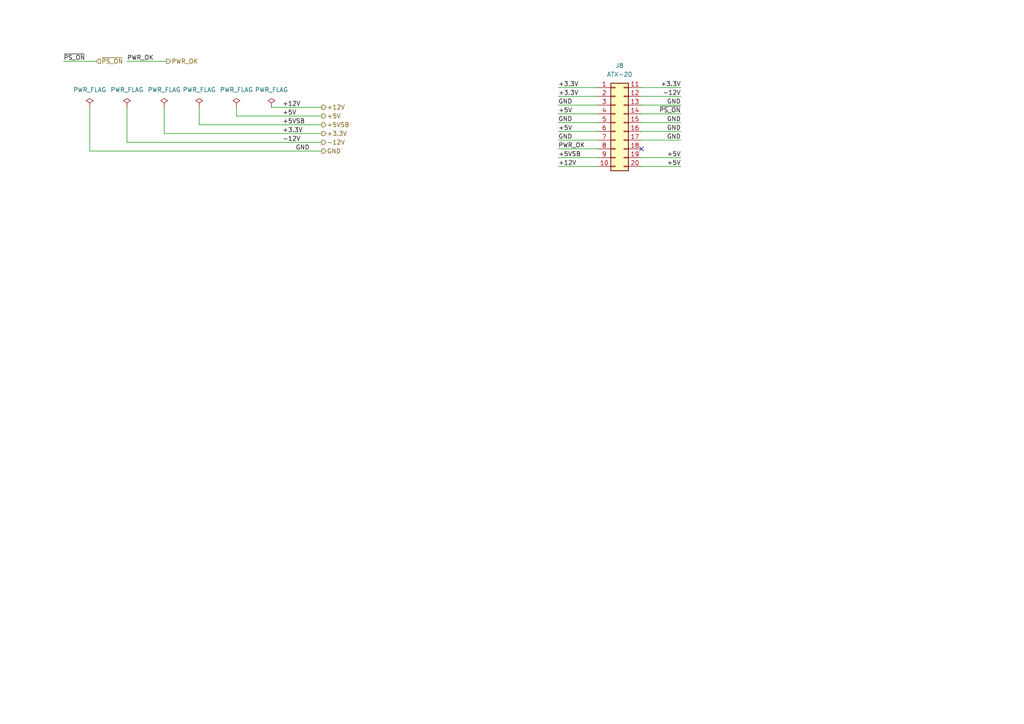
<source format=kicad_sch>
(kicad_sch (version 20230121) (generator eeschema)
  (paper "A4")
  (lib_symbols
    (symbol "Connector_Generic:Conn_02x10_Top_Bottom" (pin_names (offset 1.016) hide)
      (property "Reference" "J" (at 1.27 12.7 0))
      (property "Value" "Conn_02x10_Top_Bottom" (at 1.27 -15.24 0))
      (symbol "Conn_02x10_Top_Bottom_1_1"
        (rectangle (start -1.27 -12.573) (end 0 -12.827) (stroke (width 0.1524)))
        (rectangle (start -1.27 -10.033) (end 0 -10.287) (stroke (width 0.1524)))
        (rectangle (start -1.27 -7.493) (end 0 -7.747) (stroke (width 0.1524)))
        (rectangle (start -1.27 -4.953) (end 0 -5.207) (stroke (width 0.1524)))
        (rectangle (start -1.27 -2.413) (end 0 -2.667) (stroke (width 0.1524)))
        (rectangle (start -1.27 0.127) (end 0 -0.127) (stroke (width 0.1524)))
        (rectangle (start -1.27 2.667) (end 0 2.413) (stroke (width 0.1524)))
        (rectangle (start -1.27 5.207) (end 0 4.953) (stroke (width 0.1524)))
        (rectangle (start -1.27 7.747) (end 0 7.493) (stroke (width 0.1524)))
        (rectangle (start -1.27 10.287) (end 0 10.033) (stroke (width 0.1524)))
        (rectangle (start -1.27 11.43) (end 3.81 -13.97) (stroke (width 0.254)) (fill (type background)))
        (rectangle (start 3.81 -12.573) (end 2.54 -12.827) (stroke (width 0.1524)))
        (rectangle (start 3.81 -10.033) (end 2.54 -10.287) (stroke (width 0.1524)))
        (rectangle (start 3.81 -7.493) (end 2.54 -7.747) (stroke (width 0.1524)))
        (rectangle (start 3.81 -4.953) (end 2.54 -5.207) (stroke (width 0.1524)))
        (rectangle (start 3.81 -2.413) (end 2.54 -2.667) (stroke (width 0.1524)))
        (rectangle (start 3.81 0.127) (end 2.54 -0.127) (stroke (width 0.1524)))
        (rectangle (start 3.81 2.667) (end 2.54 2.413) (stroke (width 0.1524)))
        (rectangle (start 3.81 5.207) (end 2.54 4.953) (stroke (width 0.1524)))
        (rectangle (start 3.81 7.747) (end 2.54 7.493) (stroke (width 0.1524)))
        (rectangle (start 3.81 10.287) (end 2.54 10.033) (stroke (width 0.1524)))
        (pin passive line (at -5.08 10.16 0) (length 3.81) (name "Pin_1") (number "1"))
        (pin passive line (at -5.08 -12.7 0) (length 3.81) (name "Pin_10") (number "10"))
        (pin passive line (at 7.62 10.16 180) (length 3.81) (name "Pin_11") (number "11"))
        (pin passive line (at 7.62 7.62 180) (length 3.81) (name "Pin_12") (number "12"))
        (pin passive line (at 7.62 5.08 180) (length 3.81) (name "Pin_13") (number "13"))
        (pin passive line (at 7.62 2.54 180) (length 3.81) (name "Pin_14") (number "14"))
        (pin passive line (at 7.62 0 180) (length 3.81) (name "Pin_15") (number "15"))
        (pin passive line (at 7.62 -2.54 180) (length 3.81) (name "Pin_16") (number "16"))
        (pin passive line (at 7.62 -5.08 180) (length 3.81) (name "Pin_17") (number "17"))
        (pin passive line (at 7.62 -7.62 180) (length 3.81) (name "Pin_18") (number "18"))
        (pin passive line (at 7.62 -10.16 180) (length 3.81) (name "Pin_19") (number "19"))
        (pin passive line (at -5.08 7.62 0) (length 3.81) (name "Pin_2") (number "2"))
        (pin passive line (at 7.62 -12.7 180) (length 3.81) (name "Pin_20") (number "20"))
        (pin passive line (at -5.08 5.08 0) (length 3.81) (name "Pin_3") (number "3"))
        (pin passive line (at -5.08 2.54 0) (length 3.81) (name "Pin_4") (number "4"))
        (pin passive line (at -5.08 0 0) (length 3.81) (name "Pin_5") (number "5"))
        (pin passive line (at -5.08 -2.54 0) (length 3.81) (name "Pin_6") (number "6"))
        (pin passive line (at -5.08 -5.08 0) (length 3.81) (name "Pin_7") (number "7"))
        (pin passive line (at -5.08 -7.62 0) (length 3.81) (name "Pin_8") (number "8"))
        (pin passive line (at -5.08 -10.16 0) (length 3.81) (name "Pin_9") (number "9"))
      )
    )
    (symbol "power:PWR_FLAG" (power) (pin_numbers hide) (pin_names (offset 0) hide)
      (property "Value" "PWR_FLAG" (at 0 3.81 0))
      (symbol "PWR_FLAG_0_0"
        (pin power_out line (at 0 0 90) (length 0) (name "pwr") (number "1"))
      )
      (symbol "PWR_FLAG_0_1"
        (polyline (pts (xy 0 0) (xy 0 1.27) (xy -1.016 1.905) (xy 0 2.54) (xy 1.016 1.905) (xy 0 1.27)))
      )
    )
  )
  (no_connect (at 186.055 43.18))
  (wire (pts (xy 197.485 40.64) (xy 186.055 40.64)))
  (wire (pts (xy 161.925 43.18) (xy 173.355 43.18)))
  (wire (pts (xy 161.925 48.26) (xy 173.355 48.26)))
  (wire (pts (xy 47.625 38.735) (xy 93.345 38.735)))
  (wire (pts (xy 161.925 27.94) (xy 173.355 27.94)))
  (wire (pts (xy 161.925 25.4) (xy 173.355 25.4)))
  (wire (pts (xy 161.925 33.02) (xy 173.355 33.02)))
  (wire (pts (xy 161.925 38.1) (xy 173.355 38.1)))
  (wire (pts (xy 197.485 48.26) (xy 186.055 48.26)))
  (wire (pts (xy 161.925 35.56) (xy 173.355 35.56)))
  (wire (pts (xy 197.485 25.4) (xy 186.055 25.4)))
  (wire (pts (xy 68.58 33.655) (xy 93.345 33.655)))
  (wire (pts (xy 197.485 35.56) (xy 186.055 35.56)))
  (wire (pts (xy 197.485 27.94) (xy 186.055 27.94)))
  (wire (pts (xy 57.785 36.195) (xy 93.345 36.195)))
  (wire (pts (xy 197.485 30.48) (xy 186.055 30.48)))
  (wire (pts (xy 26.035 43.815) (xy 93.345 43.815)))
  (wire (pts (xy 26.035 31.115) (xy 26.035 43.815)))
  (wire (pts (xy 36.83 17.78) (xy 48.26 17.78)))
  (wire (pts (xy 197.485 45.72) (xy 186.055 45.72)))
  (wire (pts (xy 68.58 31.115) (xy 68.58 33.655)))
  (wire (pts (xy 161.925 30.48) (xy 173.355 30.48)))
  (wire (pts (xy 36.83 31.115) (xy 36.83 41.275)))
  (wire (pts (xy 197.485 38.1) (xy 186.055 38.1)))
  (wire (pts (xy 161.925 45.72) (xy 173.355 45.72)))
  (wire (pts (xy 47.625 31.115) (xy 47.625 38.735)))
  (wire (pts (xy 57.785 31.115) (xy 57.785 36.195)))
  (wire (pts (xy 161.925 40.64) (xy 173.355 40.64)))
  (wire (pts (xy 36.83 41.275) (xy 93.345 41.275)))
  (wire (pts (xy 18.415 17.78) (xy 27.94 17.78)))
  (wire (pts (xy 78.74 31.115) (xy 93.345 31.115)))
  (wire (pts (xy 197.485 33.02) (xy 186.055 33.02)))
  (label "+3.3V" (at 81.915 38.735 0))
  (label "GND" (at 161.925 40.64 0))
  (label "+12V" (at 161.925 48.26 0))
  (label "+12V" (at 81.915 31.115 0))
  (label "PWR_OK" (at 36.83 17.78 0))
  (label "~{PS_ON}" (at 197.485 33.02 180))
  (label "~{PS_ON}" (at 18.415 17.78 0))
  (label "-12V" (at 197.485 27.94 180))
  (label "-12V" (at 81.915 41.275 0))
  (label "+5V" (at 197.485 48.26 180))
  (label "GND" (at 197.485 38.1 180))
  (label "+5VSB" (at 81.915 36.195 0))
  (label "GND" (at 197.485 30.48 180))
  (label "GND" (at 85.725 43.815 0))
  (label "+5VSB" (at 161.925 45.72 0))
  (label "GND" (at 161.925 30.48 0))
  (label "+5V" (at 81.915 33.655 0))
  (label "GND" (at 197.485 35.56 180))
  (label "+3.3V" (at 161.925 27.94 0))
  (label "+5V" (at 161.925 33.02 0))
  (label "+5V" (at 161.925 38.1 0))
  (label "PWR_OK" (at 161.925 43.18 0))
  (label "+3.3V" (at 197.485 25.4 180))
  (label "+3.3V" (at 161.925 25.4 0))
  (label "GND" (at 197.485 40.64 180))
  (label "+5V" (at 197.485 45.72 180))
  (label "GND" (at 161.925 35.56 0))
  (hierarchical_label "PWR_OK" (shape output) (at 48.26 17.78 0))
  (hierarchical_label "GND" (shape output) (at 93.345 43.815 0))
  (hierarchical_label "-12V" (shape output) (at 93.345 41.275 0))
  (hierarchical_label "+12V" (shape output) (at 93.345 31.115 0))
  (hierarchical_label "+3.3V" (shape output) (at 93.345 38.735 0))
  (hierarchical_label "~{PS_ON}" (shape input) (at 27.94 17.78 0))
  (hierarchical_label "+5V" (shape output) (at 93.345 33.655 0))
  (hierarchical_label "+5VSB" (shape output) (at 93.345 36.195 0))
  (symbol (lib_id "power:PWR_FLAG") (at 78.74 31.115 0) (unit 1)
    (property "Reference" "#FLG06" (effects hide))
    (property "Value" "PWR_FLAG" (at 78.74 26.035 0))
  )
  (symbol (lib_id "power:PWR_FLAG") (at 68.58 31.115 0) (unit 1)
    (property "Reference" "#FLG05" (effects hide))
    (property "Value" "PWR_FLAG" (at 68.58 26.035 0))
  )
  (symbol (lib_id "power:PWR_FLAG") (at 57.785 31.115 0) (unit 1)
    (property "Reference" "#FLG04" (effects hide))
    (property "Value" "PWR_FLAG" (at 57.785 26.035 0))
  )
  (symbol (lib_id "power:PWR_FLAG") (at 47.625 31.115 0) (unit 1)
    (property "Reference" "#FLG03" (effects hide))
    (property "Value" "PWR_FLAG" (at 47.625 26.035 0))
  )
  (symbol (lib_id "power:PWR_FLAG") (at 36.83 31.115 0) (unit 1)
    (property "Reference" "#FLG02" (effects hide))
    (property "Value" "PWR_FLAG" (at 36.83 26.035 0))
  )
  (symbol (lib_id "power:PWR_FLAG") (at 26.035 31.115 0) (unit 1)
    (property "Reference" "#FLG01" (effects hide))
    (property "Value" "PWR_FLAG" (at 26.035 26.035 0))
  )
  (symbol (lib_id "Connector_Generic:Conn_02x10_Top_Bottom") (at 178.435 35.56 0) (unit 1)
    (property "Reference" "J8" (at 179.705 19.05 0))
    (property "Value" "ATX-20" (at 179.705 21.59 0))
    (property "Footprint" "ownlib_footprints:Molex_Mini-Fit_Jr_5566-20A_2x10_P4.20mm_Vertical" (effects hide))
    (instances (project "backplane" (path "" (reference "J8") (unit 1))) (project "simple_z80" (path "" (reference "J7") (unit 1))))
  )
)
</source>
